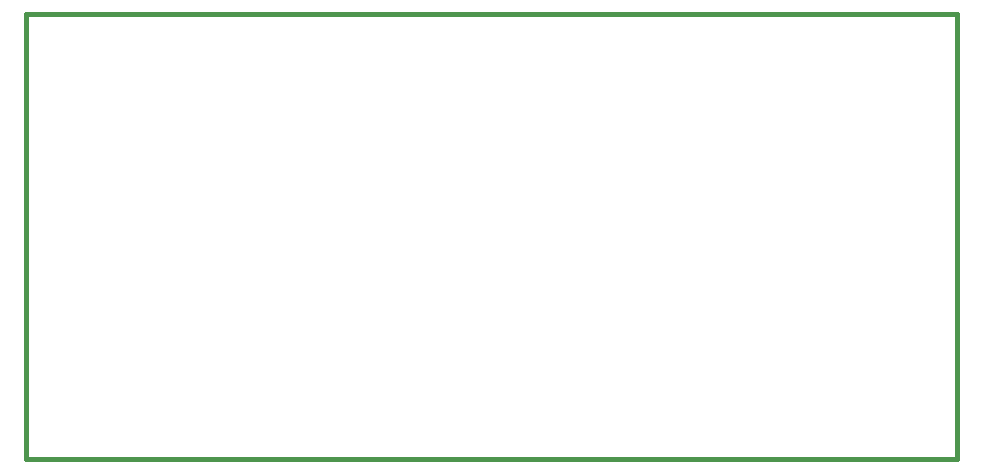
<source format=gbo>
G04 (created by PCBNEW-RS274X (2011-07-08 BZR 3044)-stable) date 27/07/2011 21:07:09*
G01*
G70*
G90*
%MOIN*%
G04 Gerber Fmt 3.4, Leading zero omitted, Abs format*
%FSLAX34Y34*%
G04 APERTURE LIST*
%ADD10C,0.006000*%
%ADD11C,0.015000*%
G04 APERTURE END LIST*
G54D10*
G54D11*
X29220Y-15571D02*
X29224Y-15575D01*
X60268Y-15571D02*
X29220Y-15571D01*
X60268Y-30374D02*
X60268Y-15571D01*
X29228Y-30374D02*
X60268Y-30374D01*
X29228Y-15543D02*
X29228Y-30374D01*
M02*

</source>
